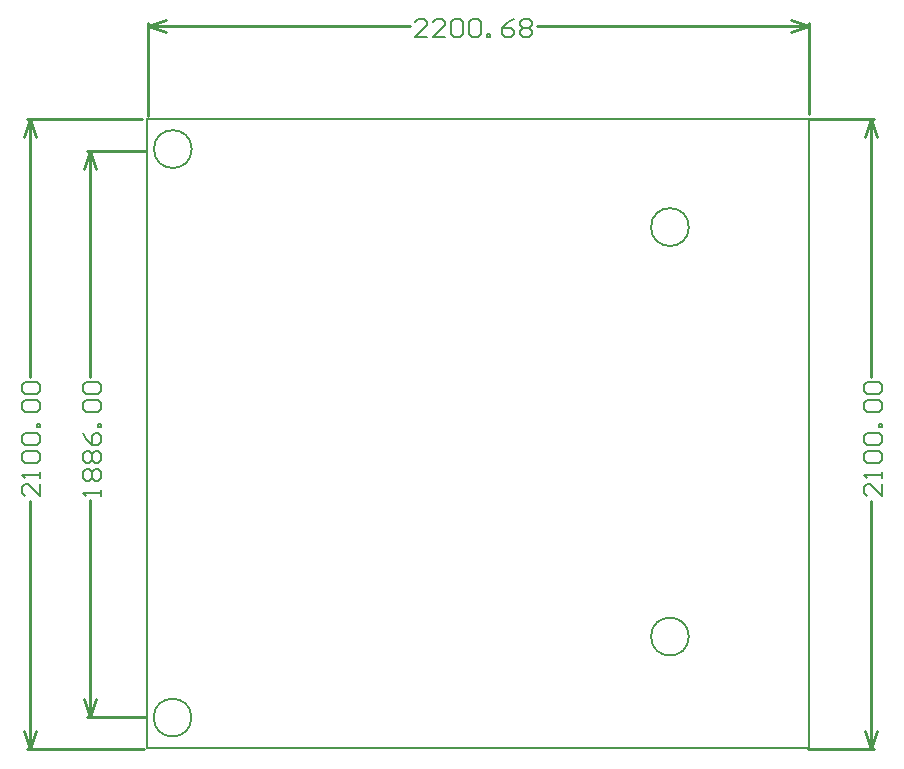
<source format=gm1>
G04*
G04 #@! TF.GenerationSoftware,Altium Limited,Altium Designer,21.9.2 (33)*
G04*
G04 Layer_Color=16711935*
%FSLAX44Y44*%
%MOMM*%
G71*
G04*
G04 #@! TF.SameCoordinates,E2BC6D59-9887-43D7-9D5B-FB48D232BC44*
G04*
G04*
G04 #@! TF.FilePolarity,Positive*
G04*
G01*
G75*
%ADD15C,0.2540*%
%ADD18C,0.1524*%
%ADD19C,0.1270*%
D15*
X584870Y-492414D02*
X589950Y-507654D01*
X595030Y-492414D01*
X589950Y25746D02*
X595030Y10506D01*
X584870D02*
X589950Y25746D01*
Y-507654D02*
Y-297326D01*
Y-192710D02*
Y25746D01*
X536864Y-507654D02*
X592490D01*
X538388Y25746D02*
X592490D01*
X-21682Y104738D02*
X-6442Y109817D01*
X-21682Y104738D02*
X-6442Y99657D01*
X522050D02*
X537290Y104738D01*
X522050Y109817D02*
X537290Y104738D01*
X-21682D02*
X200162D01*
X307318D02*
X537290D01*
X-21682Y28286D02*
Y107277D01*
X537290Y29678D02*
Y107277D01*
X-75946Y-465074D02*
X-70866Y-480314D01*
X-65786Y-465074D01*
X-70866Y-1270D02*
X-65786Y-16510D01*
X-75946D02*
X-70866Y-1270D01*
Y-480314D02*
Y-297164D01*
Y-192548D02*
Y-1270D01*
X-73406Y-480314D02*
X-23620D01*
X-73406Y-1270D02*
X-24382D01*
X-127254Y-492506D02*
X-122174Y-507746D01*
X-117094Y-492506D01*
X-122174Y25654D02*
X-117094Y10414D01*
X-127254D02*
X-122174Y25654D01*
Y-507746D02*
Y-297418D01*
Y-192802D02*
Y25654D01*
X-124714Y-507746D02*
X-25400D01*
X-124714Y25654D02*
X-27178D01*
X584870Y-492414D02*
X589950Y-507654D01*
X595030Y-492414D01*
X589950Y25746D02*
X595030Y10506D01*
X584870D02*
X589950Y25746D01*
Y-507654D02*
Y-297326D01*
Y-192710D02*
Y25746D01*
X536864Y-507654D02*
X592490D01*
X538388Y25746D02*
X592490D01*
X-21682Y104738D02*
X-6442Y109817D01*
X-21682Y104738D02*
X-6442Y99657D01*
X522050D02*
X537290Y104738D01*
X522050Y109817D02*
X537290Y104738D01*
X-21682D02*
X200162D01*
X307318D02*
X537290D01*
X-21682Y28286D02*
Y107277D01*
X537290Y29678D02*
Y107277D01*
X-75946Y-465074D02*
X-70866Y-480314D01*
X-65786Y-465074D01*
X-70866Y-1270D02*
X-65786Y-16510D01*
X-75946D02*
X-70866Y-1270D01*
Y-480314D02*
Y-297164D01*
Y-192548D02*
Y-1270D01*
X-73406Y-480314D02*
X-23620D01*
X-73406Y-1270D02*
X-24382D01*
X-127254Y-492506D02*
X-122174Y-507746D01*
X-117094Y-492506D01*
X-122174Y25654D02*
X-117094Y10414D01*
X-127254D02*
X-122174Y25654D01*
Y-507746D02*
Y-297418D01*
Y-192802D02*
Y25654D01*
X-124714Y-507746D02*
X-25400D01*
X-124714Y25654D02*
X-27178D01*
D18*
X599091Y-283106D02*
Y-293262D01*
X588935Y-283106D01*
X586396D01*
X583857Y-285645D01*
Y-290723D01*
X586396Y-293262D01*
X599091Y-278027D02*
Y-272949D01*
Y-275488D01*
X583857D01*
X586396Y-278027D01*
Y-265331D02*
X583857Y-262792D01*
Y-257714D01*
X586396Y-255175D01*
X596552D01*
X599091Y-257714D01*
Y-262792D01*
X596552Y-265331D01*
X586396D01*
Y-250096D02*
X583857Y-247557D01*
Y-242479D01*
X586396Y-239940D01*
X596552D01*
X599091Y-242479D01*
Y-247557D01*
X596552Y-250096D01*
X586396D01*
X599091Y-234861D02*
X596552D01*
Y-232322D01*
X599091D01*
Y-234861D01*
X586396Y-222165D02*
X583857Y-219626D01*
Y-214548D01*
X586396Y-212009D01*
X596552D01*
X599091Y-214548D01*
Y-219626D01*
X596552Y-222165D01*
X586396D01*
Y-206930D02*
X583857Y-204391D01*
Y-199313D01*
X586396Y-196774D01*
X596552D01*
X599091Y-199313D01*
Y-204391D01*
X596552Y-206930D01*
X586396D01*
X214382Y95596D02*
X204226D01*
X214382Y105753D01*
Y108292D01*
X211843Y110831D01*
X206765D01*
X204226Y108292D01*
X229618Y95596D02*
X219461D01*
X229618Y105753D01*
Y108292D01*
X227078Y110831D01*
X222000D01*
X219461Y108292D01*
X234696D02*
X237235Y110831D01*
X242313D01*
X244853Y108292D01*
Y98135D01*
X242313Y95596D01*
X237235D01*
X234696Y98135D01*
Y108292D01*
X249931D02*
X252470Y110831D01*
X257549D01*
X260088Y108292D01*
Y98135D01*
X257549Y95596D01*
X252470D01*
X249931Y98135D01*
Y108292D01*
X265166Y95596D02*
Y98135D01*
X267705D01*
Y95596D01*
X265166D01*
X288019Y110831D02*
X282940Y108292D01*
X277862Y103214D01*
Y98135D01*
X280401Y95596D01*
X285480D01*
X288019Y98135D01*
Y100674D01*
X285480Y103214D01*
X277862D01*
X293097Y108292D02*
X295636Y110831D01*
X300715D01*
X303254Y108292D01*
Y105753D01*
X300715Y103214D01*
X303254Y100674D01*
Y98135D01*
X300715Y95596D01*
X295636D01*
X293097Y98135D01*
Y100674D01*
X295636Y103214D01*
X293097Y105753D01*
Y108292D01*
X295636Y103214D02*
X300715D01*
X-61725Y-293100D02*
Y-288022D01*
Y-290561D01*
X-76960D01*
X-74420Y-293100D01*
Y-280404D02*
X-76960Y-277865D01*
Y-272787D01*
X-74420Y-270248D01*
X-71881D01*
X-69342Y-272787D01*
X-66803Y-270248D01*
X-64264D01*
X-61725Y-272787D01*
Y-277865D01*
X-64264Y-280404D01*
X-66803D01*
X-69342Y-277865D01*
X-71881Y-280404D01*
X-74420D01*
X-69342Y-277865D02*
Y-272787D01*
X-74420Y-265169D02*
X-76960Y-262630D01*
Y-257552D01*
X-74420Y-255013D01*
X-71881D01*
X-69342Y-257552D01*
X-66803Y-255013D01*
X-64264D01*
X-61725Y-257552D01*
Y-262630D01*
X-64264Y-265169D01*
X-66803D01*
X-69342Y-262630D01*
X-71881Y-265169D01*
X-74420D01*
X-69342Y-262630D02*
Y-257552D01*
X-76960Y-239778D02*
X-74420Y-244856D01*
X-69342Y-249934D01*
X-64264D01*
X-61725Y-247395D01*
Y-242317D01*
X-64264Y-239778D01*
X-66803D01*
X-69342Y-242317D01*
Y-249934D01*
X-61725Y-234699D02*
X-64264D01*
Y-232160D01*
X-61725D01*
Y-234699D01*
X-74420Y-222003D02*
X-76960Y-219464D01*
Y-214386D01*
X-74420Y-211847D01*
X-64264D01*
X-61725Y-214386D01*
Y-219464D01*
X-64264Y-222003D01*
X-74420D01*
Y-206768D02*
X-76960Y-204229D01*
Y-199151D01*
X-74420Y-196612D01*
X-64264D01*
X-61725Y-199151D01*
Y-204229D01*
X-64264Y-206768D01*
X-74420D01*
X-113033Y-283198D02*
Y-293354D01*
X-123189Y-283198D01*
X-125728D01*
X-128267Y-285737D01*
Y-290815D01*
X-125728Y-293354D01*
X-113033Y-278119D02*
Y-273041D01*
Y-275580D01*
X-128267D01*
X-125728Y-278119D01*
Y-265423D02*
X-128267Y-262884D01*
Y-257806D01*
X-125728Y-255267D01*
X-115572D01*
X-113033Y-257806D01*
Y-262884D01*
X-115572Y-265423D01*
X-125728D01*
Y-250188D02*
X-128267Y-247649D01*
Y-242571D01*
X-125728Y-240032D01*
X-115572D01*
X-113033Y-242571D01*
Y-247649D01*
X-115572Y-250188D01*
X-125728D01*
X-113033Y-234953D02*
X-115572D01*
Y-232414D01*
X-113033D01*
Y-234953D01*
X-125728Y-222257D02*
X-128267Y-219718D01*
Y-214640D01*
X-125728Y-212101D01*
X-115572D01*
X-113033Y-214640D01*
Y-219718D01*
X-115572Y-222257D01*
X-125728D01*
Y-207022D02*
X-128267Y-204483D01*
Y-199405D01*
X-125728Y-196866D01*
X-115572D01*
X-113033Y-199405D01*
Y-204483D01*
X-115572Y-207022D01*
X-125728D01*
X599091Y-283106D02*
Y-293262D01*
X588935Y-283106D01*
X586396D01*
X583857Y-285645D01*
Y-290723D01*
X586396Y-293262D01*
X599091Y-278027D02*
Y-272949D01*
Y-275488D01*
X583857D01*
X586396Y-278027D01*
Y-265331D02*
X583857Y-262792D01*
Y-257714D01*
X586396Y-255175D01*
X596552D01*
X599091Y-257714D01*
Y-262792D01*
X596552Y-265331D01*
X586396D01*
Y-250096D02*
X583857Y-247557D01*
Y-242479D01*
X586396Y-239940D01*
X596552D01*
X599091Y-242479D01*
Y-247557D01*
X596552Y-250096D01*
X586396D01*
X599091Y-234861D02*
X596552D01*
Y-232322D01*
X599091D01*
Y-234861D01*
X586396Y-222165D02*
X583857Y-219626D01*
Y-214548D01*
X586396Y-212009D01*
X596552D01*
X599091Y-214548D01*
Y-219626D01*
X596552Y-222165D01*
X586396D01*
Y-206930D02*
X583857Y-204391D01*
Y-199313D01*
X586396Y-196774D01*
X596552D01*
X599091Y-199313D01*
Y-204391D01*
X596552Y-206930D01*
X586396D01*
X214382Y95596D02*
X204226D01*
X214382Y105753D01*
Y108292D01*
X211843Y110831D01*
X206765D01*
X204226Y108292D01*
X229618Y95596D02*
X219461D01*
X229618Y105753D01*
Y108292D01*
X227078Y110831D01*
X222000D01*
X219461Y108292D01*
X234696D02*
X237235Y110831D01*
X242313D01*
X244853Y108292D01*
Y98135D01*
X242313Y95596D01*
X237235D01*
X234696Y98135D01*
Y108292D01*
X249931D02*
X252470Y110831D01*
X257549D01*
X260088Y108292D01*
Y98135D01*
X257549Y95596D01*
X252470D01*
X249931Y98135D01*
Y108292D01*
X265166Y95596D02*
Y98135D01*
X267705D01*
Y95596D01*
X265166D01*
X288019Y110831D02*
X282940Y108292D01*
X277862Y103214D01*
Y98135D01*
X280401Y95596D01*
X285480D01*
X288019Y98135D01*
Y100674D01*
X285480Y103214D01*
X277862D01*
X293097Y108292D02*
X295636Y110831D01*
X300715D01*
X303254Y108292D01*
Y105753D01*
X300715Y103214D01*
X303254Y100674D01*
Y98135D01*
X300715Y95596D01*
X295636D01*
X293097Y98135D01*
Y100674D01*
X295636Y103214D01*
X293097Y105753D01*
Y108292D01*
X295636Y103214D02*
X300715D01*
X-61725Y-293100D02*
Y-288022D01*
Y-290561D01*
X-76960D01*
X-74420Y-293100D01*
Y-280404D02*
X-76960Y-277865D01*
Y-272787D01*
X-74420Y-270248D01*
X-71881D01*
X-69342Y-272787D01*
X-66803Y-270248D01*
X-64264D01*
X-61725Y-272787D01*
Y-277865D01*
X-64264Y-280404D01*
X-66803D01*
X-69342Y-277865D01*
X-71881Y-280404D01*
X-74420D01*
X-69342Y-277865D02*
Y-272787D01*
X-74420Y-265169D02*
X-76960Y-262630D01*
Y-257552D01*
X-74420Y-255013D01*
X-71881D01*
X-69342Y-257552D01*
X-66803Y-255013D01*
X-64264D01*
X-61725Y-257552D01*
Y-262630D01*
X-64264Y-265169D01*
X-66803D01*
X-69342Y-262630D01*
X-71881Y-265169D01*
X-74420D01*
X-69342Y-262630D02*
Y-257552D01*
X-76960Y-239778D02*
X-74420Y-244856D01*
X-69342Y-249934D01*
X-64264D01*
X-61725Y-247395D01*
Y-242317D01*
X-64264Y-239778D01*
X-66803D01*
X-69342Y-242317D01*
Y-249934D01*
X-61725Y-234699D02*
X-64264D01*
Y-232160D01*
X-61725D01*
Y-234699D01*
X-74420Y-222003D02*
X-76960Y-219464D01*
Y-214386D01*
X-74420Y-211847D01*
X-64264D01*
X-61725Y-214386D01*
Y-219464D01*
X-64264Y-222003D01*
X-74420D01*
Y-206768D02*
X-76960Y-204229D01*
Y-199151D01*
X-74420Y-196612D01*
X-64264D01*
X-61725Y-199151D01*
Y-204229D01*
X-64264Y-206768D01*
X-74420D01*
X-113033Y-283198D02*
Y-293354D01*
X-123189Y-283198D01*
X-125728D01*
X-128267Y-285737D01*
Y-290815D01*
X-125728Y-293354D01*
X-113033Y-278119D02*
Y-273041D01*
Y-275580D01*
X-128267D01*
X-125728Y-278119D01*
Y-265423D02*
X-128267Y-262884D01*
Y-257806D01*
X-125728Y-255267D01*
X-115572D01*
X-113033Y-257806D01*
Y-262884D01*
X-115572Y-265423D01*
X-125728D01*
Y-250188D02*
X-128267Y-247649D01*
Y-242571D01*
X-125728Y-240032D01*
X-115572D01*
X-113033Y-242571D01*
Y-247649D01*
X-115572Y-250188D01*
X-125728D01*
X-113033Y-234953D02*
X-115572D01*
Y-232414D01*
X-113033D01*
Y-234953D01*
X-125728Y-222257D02*
X-128267Y-219718D01*
Y-214640D01*
X-125728Y-212101D01*
X-115572D01*
X-113033Y-214640D01*
Y-219718D01*
X-115572Y-222257D01*
X-125728D01*
Y-207022D02*
X-128267Y-204483D01*
Y-199405D01*
X-125728Y-196866D01*
X-115572D01*
X-113033Y-199405D01*
Y-204483D01*
X-115572Y-207022D01*
X-125728D01*
D19*
X14797Y-480989D02*
G03*
X14797Y-480989I-15999J0D01*
G01*
X15051Y341D02*
G03*
X15051Y341I-15999J0D01*
G01*
X435929Y-65699D02*
G03*
X435929Y-65699I-15999J0D01*
G01*
Y-412409D02*
G03*
X435929Y-412409I-15999J0D01*
G01*
X-22790Y-506897D02*
Y26503D01*
X537290Y-125897D02*
Y26503D01*
Y-506897D02*
Y-125897D01*
X-21680Y26000D02*
X538400D01*
X-22790Y-506897D02*
X537290D01*
X14797Y-480989D02*
G03*
X14797Y-480989I-15999J0D01*
G01*
X15051Y341D02*
G03*
X15051Y341I-15999J0D01*
G01*
X435929Y-65699D02*
G03*
X435929Y-65699I-15999J0D01*
G01*
Y-412409D02*
G03*
X435929Y-412409I-15999J0D01*
G01*
X-22790Y-506897D02*
Y26503D01*
X537290Y-125897D02*
Y26503D01*
Y-506897D02*
Y-125897D01*
X-21680Y26000D02*
X538400D01*
X-22790Y-506897D02*
X537290D01*
M02*

</source>
